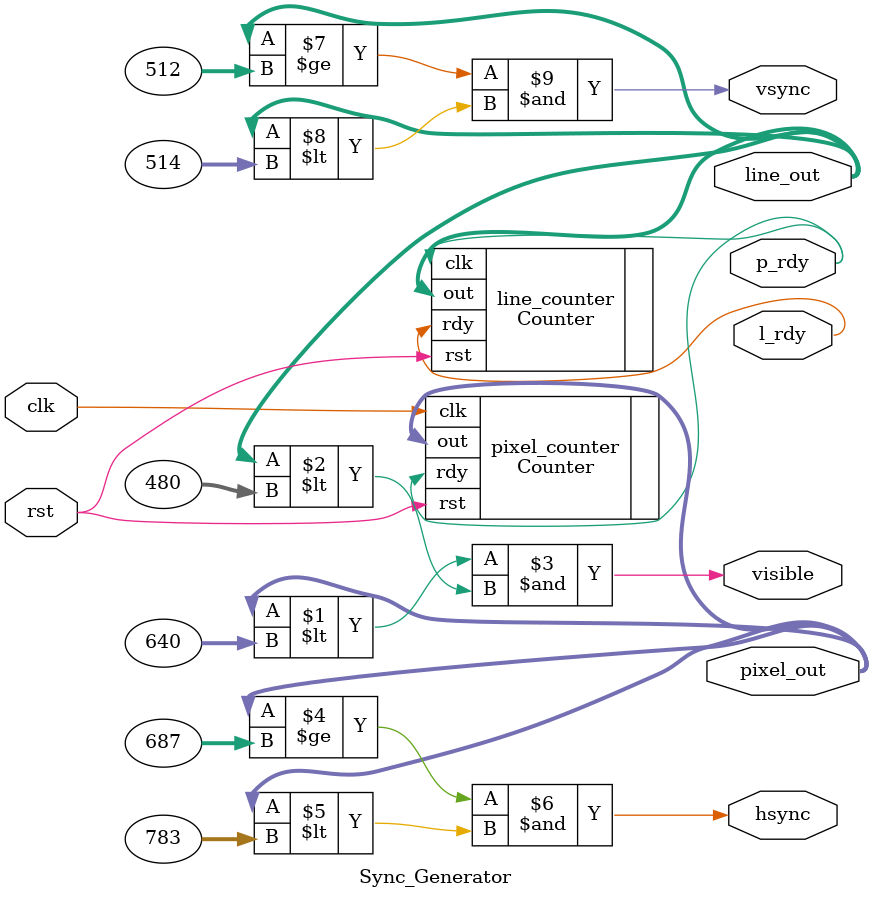
<source format=v>
`timescale 1ns / 1ps


module Sync_Generator(
    input clk,															//bemenõ órajel
	 input rst,															//resetelhetõ
    output [9:0] pixel_out,										//egy sorban található képpontok sorszámát tartja nyilván
    output [9:0] line_out,											//egy keretben található sorok sorszámát tartja nyilván
	 output visible,													//magas, ha a látható tartomány következik
	 output hsync,														//magas, ha a horizontális szinkronjel következik
	 output vsync,														//magas, ha a vertikális szinkronjel következik
	 output p_rdy,														//magas, ha az elsõ (képpont) számláló befejezett egy ciklust
	 output l_rdy														//magas, ha a második (sor) számláló befejezett egy ciklust
    );
	 	 
//képpontok számlálója, 800 órajel hosszú ciklus, amit 10 biten lehet tárolni
Counter #(10, 798) pixel_counter (
    .clk(clk),	 														//minden órajelre számol
    .rst(rst),															//resetelhetõ
    .rdy(p_rdy), 														//jelzi, ha egy ciklus lement
    .out(pixel_out)													//a számláló aktuális értéke
    );										

//sorok számlálója 525 sor hosszú ciklus, amit 10 biten lehet tárolni 
Counter #(10, 523) line_counter (
    .clk(p_rdy), 														//csak akkor számol, ha a képpontok számlálója befejezett egy ciklust
    .rst(rst),															//resetelhetõ
	 .rdy(l_rdy),														//jelzi, ha egy ciklus lement
    .out(line_out)													//a számláló aktuális értéke
    );

assign visible = pixel_out < 640 & line_out < 480;			//magas, ha a számlálók a látható tartományban vannak, vagyis 640-nél kisebb a képpontszámláló, és 480-nál kisebb a sorszámláló
assign hsync = pixel_out >= 687 & pixel_out < 783; 		//kimenõ horizontális szinkronjel. Magas, ha a képpontszámláló nagyobb, mint a horizontális(h) látható szakasz plusz a h back porch (visszafelé számol a számláló!), és kisebb, mint a h látható szakasz plusz a h back porch plusz a h szinkronjel
assign vsync = line_out >= 512 & line_out < 514;			//kimenõ vertikális szinkronjel. Magas, ha a sorszámláló nagyobb, mint a vertikális(v) látható szakasz plusz a v back porch (visszafelé számol a számláló!), és kisebb, mint a v látható szakasz plusz a v back porch plusz a v szinkronjel



endmodule

</source>
